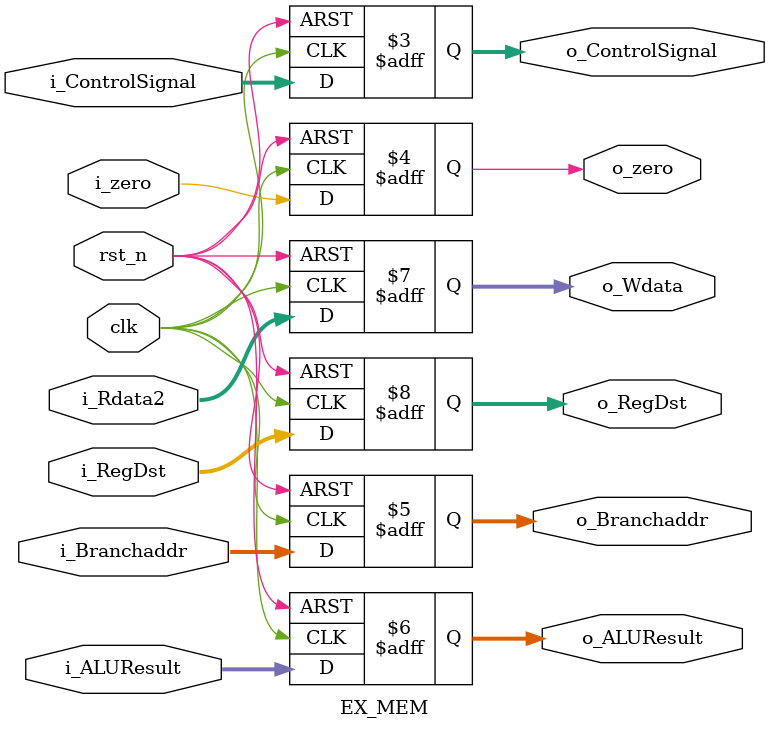
<source format=v>
module EX_MEM(
    input clk, rst_n,
    input [4:0] i_ControlSignal,
    // 8-7 : ALUOp, 6: ALUSrc, 5: RegDst / 4: Branch, 3: MemRead, 2: MemWrite / 1: RegWrite, 0: MemtoReg
    input i_zero,
    input [31:0] i_Branchaddr, i_ALUResult, i_Rdata2,
    input [4:0] i_RegDst,
    output reg [4:0] o_ControlSignal,
    output reg o_zero,
    output reg [31:0] o_Branchaddr, o_ALUResult, o_Wdata,
    output reg [4:0] o_RegDst
);

always @(posedge clk, negedge rst_n) begin
if (!rst_n)
    {o_ControlSignal, o_zero, o_Branchaddr, o_ALUResult, o_Wdata, o_RegDst} <= 107'b0;
else
    {o_ControlSignal, o_zero, o_Branchaddr, o_ALUResult, o_Wdata, o_RegDst} 
    <= {i_ControlSignal, i_zero, i_Branchaddr, i_ALUResult, i_Rdata2, i_RegDst};
end
endmodule
</source>
